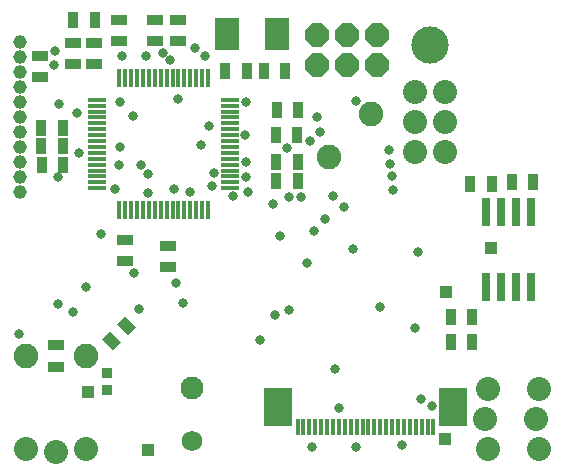
<source format=gts>
G75*
%MOIN*%
%OFA0B0*%
%FSLAX25Y25*%
%IPPOS*%
%LPD*%
%AMOC8*
5,1,8,0,0,1.08239X$1,22.5*
%
%ADD10C,0.12411*%
%ADD11R,0.06400X0.01700*%
%ADD12R,0.01700X0.06400*%
%ADD13R,0.01575X0.05512*%
%ADD14R,0.09655X0.12805*%
%ADD15R,0.05324X0.03750*%
%ADD16R,0.08080X0.10836*%
%ADD17R,0.03750X0.05324*%
%ADD18OC8,0.08000*%
%ADD19C,0.06899*%
%ADD20C,0.07687*%
%ADD21C,0.08000*%
%ADD22C,0.08200*%
%ADD23C,0.04537*%
%ADD24R,0.03750X0.03750*%
%ADD25R,0.02569X0.09261*%
%ADD26C,0.03300*%
%ADD27R,0.04362X0.04362*%
D10*
X0185232Y0177465D03*
D11*
X0118356Y0159194D03*
X0118356Y0157194D03*
X0118356Y0155194D03*
X0118356Y0153294D03*
X0118356Y0151294D03*
X0118356Y0149294D03*
X0118356Y0147394D03*
X0118356Y0145394D03*
X0118356Y0143394D03*
X0118356Y0141394D03*
X0118356Y0139494D03*
X0118356Y0137494D03*
X0118356Y0135494D03*
X0118356Y0133594D03*
X0118356Y0131594D03*
X0118356Y0129594D03*
X0074156Y0129594D03*
X0074156Y0131594D03*
X0074156Y0133594D03*
X0074156Y0135494D03*
X0074156Y0137494D03*
X0074156Y0139494D03*
X0074156Y0141394D03*
X0074156Y0143394D03*
X0074156Y0145394D03*
X0074156Y0147394D03*
X0074156Y0149294D03*
X0074156Y0151294D03*
X0074156Y0153294D03*
X0074156Y0155194D03*
X0074156Y0157194D03*
X0074156Y0159194D03*
D12*
X0081456Y0166494D03*
X0083456Y0166494D03*
X0085456Y0166494D03*
X0087356Y0166494D03*
X0089356Y0166494D03*
X0091356Y0166494D03*
X0093256Y0166494D03*
X0095256Y0166494D03*
X0097256Y0166494D03*
X0099256Y0166494D03*
X0101156Y0166494D03*
X0103156Y0166494D03*
X0105156Y0166494D03*
X0107056Y0166494D03*
X0109056Y0166494D03*
X0111056Y0166494D03*
X0111056Y0122294D03*
X0109056Y0122294D03*
X0107056Y0122294D03*
X0105156Y0122294D03*
X0103156Y0122294D03*
X0101156Y0122294D03*
X0099256Y0122294D03*
X0097256Y0122294D03*
X0095256Y0122294D03*
X0093256Y0122294D03*
X0091356Y0122294D03*
X0089356Y0122294D03*
X0087356Y0122294D03*
X0085456Y0122294D03*
X0083456Y0122294D03*
X0081456Y0122294D03*
D13*
X0140941Y0049973D03*
X0142909Y0049973D03*
X0144878Y0049973D03*
X0146846Y0049973D03*
X0148815Y0049973D03*
X0150783Y0049973D03*
X0152752Y0049973D03*
X0154720Y0049973D03*
X0156689Y0049973D03*
X0158657Y0049973D03*
X0160626Y0049973D03*
X0162594Y0049973D03*
X0164563Y0049973D03*
X0166531Y0049973D03*
X0168500Y0049973D03*
X0170469Y0049973D03*
X0172437Y0049973D03*
X0174406Y0049973D03*
X0176374Y0049973D03*
X0178343Y0049973D03*
X0180311Y0049973D03*
X0182280Y0049973D03*
X0184248Y0049973D03*
X0186217Y0049973D03*
D14*
X0192713Y0056666D03*
X0134445Y0056666D03*
D15*
X0097832Y0103379D03*
X0097832Y0110465D03*
X0083421Y0112426D03*
X0083421Y0105339D03*
X0060500Y0077276D03*
X0060500Y0070190D03*
X0055000Y0166690D03*
X0055000Y0173776D03*
X0066098Y0170930D03*
X0073185Y0170969D03*
X0073185Y0178056D03*
X0066098Y0178017D03*
X0081335Y0178804D03*
X0081335Y0185891D03*
X0093343Y0185654D03*
X0101217Y0185694D03*
X0101217Y0178607D03*
X0093343Y0178568D03*
D16*
X0117267Y0181002D03*
X0134196Y0181002D03*
D17*
X0136796Y0168695D03*
X0129709Y0168695D03*
X0123961Y0168692D03*
X0116875Y0168692D03*
X0134051Y0155576D03*
X0141138Y0155576D03*
X0140902Y0147544D03*
X0133815Y0147544D03*
X0133894Y0138253D03*
X0140980Y0138253D03*
X0140941Y0131934D03*
X0133854Y0131934D03*
X0192007Y0086633D03*
X0199093Y0086633D03*
X0199193Y0078233D03*
X0192107Y0078233D03*
X0198557Y0131083D03*
X0205643Y0131083D03*
X0212307Y0131883D03*
X0219393Y0131883D03*
G36*
X0087113Y0083433D02*
X0084461Y0080781D01*
X0080697Y0084545D01*
X0083349Y0087197D01*
X0087113Y0083433D01*
G37*
G36*
X0082103Y0078422D02*
X0079451Y0075770D01*
X0075687Y0079534D01*
X0078339Y0082186D01*
X0082103Y0078422D01*
G37*
X0062673Y0137544D03*
X0062634Y0143843D03*
X0062594Y0149749D03*
X0055508Y0149749D03*
X0055547Y0143843D03*
X0055587Y0137544D03*
X0066217Y0185891D03*
X0073303Y0185891D03*
D18*
X0147467Y0180894D03*
X0157467Y0180894D03*
X0167467Y0180894D03*
X0167467Y0170894D03*
X0157467Y0170894D03*
X0147467Y0170894D03*
D19*
X0105587Y0045250D03*
D20*
X0105587Y0062966D03*
D21*
X0050500Y0042833D03*
X0060500Y0041833D03*
X0070500Y0042833D03*
X0203450Y0052583D03*
X0204450Y0042583D03*
X0221550Y0042833D03*
X0220550Y0052833D03*
X0221550Y0062833D03*
X0204450Y0062583D03*
X0190100Y0141633D03*
X0180100Y0141633D03*
X0180100Y0151633D03*
X0190100Y0151633D03*
X0190100Y0161633D03*
X0180100Y0161633D03*
D22*
X0165571Y0154304D03*
X0151429Y0140162D03*
X0070500Y0073733D03*
X0050500Y0073733D03*
D23*
X0048500Y0128233D03*
X0048500Y0133233D03*
X0048500Y0138233D03*
X0048500Y0143233D03*
X0048500Y0148233D03*
X0048500Y0153233D03*
X0048500Y0158233D03*
X0048500Y0163233D03*
X0048500Y0168233D03*
X0048500Y0173233D03*
X0048500Y0178233D03*
D24*
X0077500Y0068186D03*
X0077500Y0062280D03*
D25*
X0203750Y0096766D03*
X0208750Y0096766D03*
X0213750Y0096766D03*
X0218750Y0096766D03*
X0218750Y0121600D03*
X0213789Y0121600D03*
X0208789Y0121600D03*
X0203789Y0121600D03*
D26*
X0181000Y0108433D03*
X0159400Y0109233D03*
X0150100Y0119433D03*
X0146400Y0115233D03*
X0135000Y0113733D03*
X0132900Y0124233D03*
X0138000Y0126733D03*
X0142000Y0126733D03*
X0152650Y0126983D03*
X0156500Y0123233D03*
X0172800Y0129133D03*
X0172400Y0133733D03*
X0171600Y0137833D03*
X0171500Y0142233D03*
X0160500Y0158733D03*
X0147400Y0153233D03*
X0148500Y0148233D03*
X0145000Y0145233D03*
X0137500Y0142933D03*
X0123800Y0138433D03*
X0123900Y0133233D03*
X0124500Y0128233D03*
X0119400Y0127083D03*
X0112500Y0130233D03*
X0113000Y0134733D03*
X0105000Y0128233D03*
X0099700Y0129233D03*
X0091100Y0128083D03*
X0091150Y0134533D03*
X0088800Y0137533D03*
X0081500Y0137433D03*
X0081650Y0143483D03*
X0086000Y0153733D03*
X0081900Y0158333D03*
X0067500Y0154633D03*
X0061500Y0157733D03*
X0059800Y0170633D03*
X0060000Y0175233D03*
X0082500Y0173733D03*
X0090500Y0173733D03*
X0096000Y0174733D03*
X0098500Y0172233D03*
X0106800Y0176333D03*
X0110100Y0173733D03*
X0101200Y0159433D03*
X0111500Y0150233D03*
X0108600Y0144033D03*
X0123500Y0147233D03*
X0123900Y0158233D03*
X0080000Y0129233D03*
X0075500Y0114533D03*
X0086400Y0101533D03*
X0100300Y0097933D03*
X0102700Y0091433D03*
X0088100Y0089433D03*
X0070300Y0096683D03*
X0066200Y0088433D03*
X0061150Y0091133D03*
X0048150Y0081083D03*
X0061150Y0133233D03*
X0068150Y0141483D03*
X0138000Y0088933D03*
X0133400Y0087533D03*
X0128500Y0079133D03*
X0153300Y0069233D03*
X0154600Y0056533D03*
X0160400Y0043233D03*
X0145900Y0043333D03*
X0175900Y0044083D03*
X0185800Y0057133D03*
X0182000Y0059433D03*
X0180200Y0083033D03*
X0168300Y0090133D03*
X0144200Y0104733D03*
D27*
X0190350Y0095083D03*
X0205400Y0109633D03*
X0190200Y0046083D03*
X0091050Y0042383D03*
X0071150Y0061783D03*
M02*

</source>
